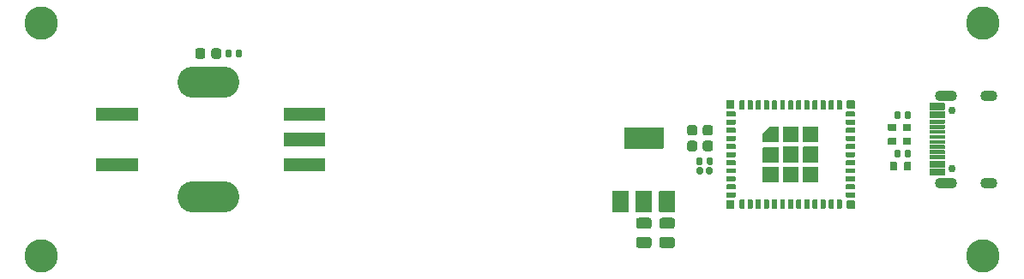
<source format=gbr>
%TF.GenerationSoftware,KiCad,Pcbnew,(5.1.9-0-10_14)*%
%TF.CreationDate,2021-08-23T19:46:52+08:00*%
%TF.ProjectId,KNOB_MAIN,4b4e4f42-5f4d-4414-994e-2e6b69636164,V1.0*%
%TF.SameCoordinates,Original*%
%TF.FileFunction,Soldermask,Top*%
%TF.FilePolarity,Negative*%
%FSLAX46Y46*%
G04 Gerber Fmt 4.6, Leading zero omitted, Abs format (unit mm)*
G04 Created by KiCad (PCBNEW (5.1.9-0-10_14)) date 2021-08-23 19:46:52*
%MOMM*%
%LPD*%
G01*
G04 APERTURE LIST*
%ADD10C,3.300000*%
%ADD11C,0.350000*%
%ADD12O,6.100000X3.100000*%
%ADD13O,2.200000X1.100000*%
%ADD14C,0.750000*%
%ADD15O,1.700000X1.100000*%
G04 APERTURE END LIST*
D10*
%TO.C,H4*%
X196500000Y-96500000D03*
%TD*%
%TO.C,H3*%
X196500000Y-73500000D03*
%TD*%
%TO.C,H2*%
X103500000Y-96500000D03*
%TD*%
%TO.C,H1*%
X103500000Y-73500000D03*
%TD*%
%TO.C,C5*%
G36*
G01*
X168275000Y-85375000D02*
X168275000Y-85925000D01*
G75*
G02*
X168025000Y-86175000I-250000J0D01*
G01*
X167525000Y-86175000D01*
G75*
G02*
X167275000Y-85925000I0J250000D01*
G01*
X167275000Y-85375000D01*
G75*
G02*
X167525000Y-85125000I250000J0D01*
G01*
X168025000Y-85125000D01*
G75*
G02*
X168275000Y-85375000I0J-250000D01*
G01*
G37*
G36*
G01*
X169825000Y-85375000D02*
X169825000Y-85925000D01*
G75*
G02*
X169575000Y-86175000I-250000J0D01*
G01*
X169075000Y-86175000D01*
G75*
G02*
X168825000Y-85925000I0J250000D01*
G01*
X168825000Y-85375000D01*
G75*
G02*
X169075000Y-85125000I250000J0D01*
G01*
X169575000Y-85125000D01*
G75*
G02*
X169825000Y-85375000I0J-250000D01*
G01*
G37*
%TD*%
%TO.C,C4*%
G36*
G01*
X168275000Y-83825000D02*
X168275000Y-84375000D01*
G75*
G02*
X168025000Y-84625000I-250000J0D01*
G01*
X167525000Y-84625000D01*
G75*
G02*
X167275000Y-84375000I0J250000D01*
G01*
X167275000Y-83825000D01*
G75*
G02*
X167525000Y-83575000I250000J0D01*
G01*
X168025000Y-83575000D01*
G75*
G02*
X168275000Y-83825000I0J-250000D01*
G01*
G37*
G36*
G01*
X169825000Y-83825000D02*
X169825000Y-84375000D01*
G75*
G02*
X169575000Y-84625000I-250000J0D01*
G01*
X169075000Y-84625000D01*
G75*
G02*
X168825000Y-84375000I0J250000D01*
G01*
X168825000Y-83825000D01*
G75*
G02*
X169075000Y-83575000I250000J0D01*
G01*
X169575000Y-83575000D01*
G75*
G02*
X169825000Y-83825000I0J-250000D01*
G01*
G37*
%TD*%
%TO.C,C2*%
G36*
G01*
X162500000Y-94650000D02*
X163500000Y-94650000D01*
G75*
G02*
X163775000Y-94925000I0J-275000D01*
G01*
X163775000Y-95475000D01*
G75*
G02*
X163500000Y-95750000I-275000J0D01*
G01*
X162500000Y-95750000D01*
G75*
G02*
X162225000Y-95475000I0J275000D01*
G01*
X162225000Y-94925000D01*
G75*
G02*
X162500000Y-94650000I275000J0D01*
G01*
G37*
G36*
G01*
X162500000Y-92750000D02*
X163500000Y-92750000D01*
G75*
G02*
X163775000Y-93025000I0J-275000D01*
G01*
X163775000Y-93575000D01*
G75*
G02*
X163500000Y-93850000I-275000J0D01*
G01*
X162500000Y-93850000D01*
G75*
G02*
X162225000Y-93575000I0J275000D01*
G01*
X162225000Y-93025000D01*
G75*
G02*
X162500000Y-92750000I275000J0D01*
G01*
G37*
%TD*%
%TO.C,C1*%
G36*
G01*
X164800000Y-94650000D02*
X165800000Y-94650000D01*
G75*
G02*
X166075000Y-94925000I0J-275000D01*
G01*
X166075000Y-95475000D01*
G75*
G02*
X165800000Y-95750000I-275000J0D01*
G01*
X164800000Y-95750000D01*
G75*
G02*
X164525000Y-95475000I0J275000D01*
G01*
X164525000Y-94925000D01*
G75*
G02*
X164800000Y-94650000I275000J0D01*
G01*
G37*
G36*
G01*
X164800000Y-92750000D02*
X165800000Y-92750000D01*
G75*
G02*
X166075000Y-93025000I0J-275000D01*
G01*
X166075000Y-93575000D01*
G75*
G02*
X165800000Y-93850000I-275000J0D01*
G01*
X164800000Y-93850000D01*
G75*
G02*
X164525000Y-93575000I0J275000D01*
G01*
X164525000Y-93025000D01*
G75*
G02*
X164800000Y-92750000I275000J0D01*
G01*
G37*
%TD*%
%TO.C,U2*%
G36*
G01*
X178225000Y-85300000D02*
X176775000Y-85300000D01*
G75*
G02*
X176725000Y-85250000I0J50000D01*
G01*
X176725000Y-83800000D01*
G75*
G02*
X176775000Y-83750000I50000J0D01*
G01*
X178225000Y-83750000D01*
G75*
G02*
X178275000Y-83800000I0J-50000D01*
G01*
X178275000Y-85250000D01*
G75*
G02*
X178225000Y-85300000I-50000J0D01*
G01*
G37*
G36*
G01*
X176450000Y-82000000D02*
X176450000Y-81200000D01*
G75*
G02*
X176500000Y-81150000I50000J0D01*
G01*
X176900000Y-81150000D01*
G75*
G02*
X176950000Y-81200000I0J-50000D01*
G01*
X176950000Y-82000000D01*
G75*
G02*
X176900000Y-82050000I-50000J0D01*
G01*
X176500000Y-82050000D01*
G75*
G02*
X176450000Y-82000000I0J50000D01*
G01*
G37*
G36*
G01*
X171900000Y-91850000D02*
X171200000Y-91850000D01*
G75*
G02*
X171150000Y-91800000I0J50000D01*
G01*
X171150000Y-91100000D01*
G75*
G02*
X171200000Y-91050000I50000J0D01*
G01*
X171900000Y-91050000D01*
G75*
G02*
X171950000Y-91100000I0J-50000D01*
G01*
X171950000Y-91800000D01*
G75*
G02*
X171900000Y-91850000I-50000J0D01*
G01*
G37*
G36*
G01*
X176250000Y-87325000D02*
X174800000Y-87325000D01*
G75*
G02*
X174750000Y-87275000I0J50000D01*
G01*
X174750000Y-85825000D01*
G75*
G02*
X174800000Y-85775000I50000J0D01*
G01*
X176250000Y-85775000D01*
G75*
G02*
X176300000Y-85825000I0J-50000D01*
G01*
X176300000Y-87275000D01*
G75*
G02*
X176250000Y-87325000I-50000J0D01*
G01*
G37*
G36*
G01*
X180200000Y-87275000D02*
X178750000Y-87275000D01*
G75*
G02*
X178700000Y-87225000I0J50000D01*
G01*
X178700000Y-85775000D01*
G75*
G02*
X178750000Y-85725000I50000J0D01*
G01*
X180200000Y-85725000D01*
G75*
G02*
X180250000Y-85775000I0J-50000D01*
G01*
X180250000Y-87225000D01*
G75*
G02*
X180200000Y-87275000I-50000J0D01*
G01*
G37*
G36*
G01*
X180450000Y-82000000D02*
X180450000Y-81200000D01*
G75*
G02*
X180500000Y-81150000I50000J0D01*
G01*
X180900000Y-81150000D01*
G75*
G02*
X180950000Y-81200000I0J-50000D01*
G01*
X180950000Y-82000000D01*
G75*
G02*
X180900000Y-82050000I-50000J0D01*
G01*
X180500000Y-82050000D01*
G75*
G02*
X180450000Y-82000000I0J50000D01*
G01*
G37*
G36*
G01*
X180200000Y-89250000D02*
X178750000Y-89250000D01*
G75*
G02*
X178700000Y-89200000I0J50000D01*
G01*
X178700000Y-87750000D01*
G75*
G02*
X178750000Y-87700000I50000J0D01*
G01*
X180200000Y-87700000D01*
G75*
G02*
X180250000Y-87750000I0J-50000D01*
G01*
X180250000Y-89200000D01*
G75*
G02*
X180200000Y-89250000I-50000J0D01*
G01*
G37*
D11*
G36*
X176259755Y-83750961D02*
G01*
X176269134Y-83753806D01*
X176277779Y-83758427D01*
X176285355Y-83764645D01*
X176291573Y-83772221D01*
X176296194Y-83780866D01*
X176299039Y-83790245D01*
X176300000Y-83800000D01*
X176300000Y-85250000D01*
X176299039Y-85259755D01*
X176296194Y-85269134D01*
X176291573Y-85277779D01*
X176285355Y-85285355D01*
X176277779Y-85291573D01*
X176269134Y-85296194D01*
X176259755Y-85299039D01*
X176250000Y-85300000D01*
X174800000Y-85300000D01*
X174790245Y-85299039D01*
X174780866Y-85296194D01*
X174772221Y-85291573D01*
X174764645Y-85285355D01*
X174758427Y-85277779D01*
X174753806Y-85269134D01*
X174750961Y-85259755D01*
X174750000Y-85250000D01*
X174750000Y-84400000D01*
X174750961Y-84390245D01*
X174753806Y-84380866D01*
X174758427Y-84372221D01*
X174764645Y-84364645D01*
X175364645Y-83764645D01*
X175372221Y-83758427D01*
X175380866Y-83753806D01*
X175390245Y-83750961D01*
X175400000Y-83750000D01*
X176250000Y-83750000D01*
X176259755Y-83750961D01*
G37*
G36*
G01*
X176250000Y-89250000D02*
X174800000Y-89250000D01*
G75*
G02*
X174750000Y-89200000I0J50000D01*
G01*
X174750000Y-87750000D01*
G75*
G02*
X174800000Y-87700000I50000J0D01*
G01*
X176250000Y-87700000D01*
G75*
G02*
X176300000Y-87750000I0J-50000D01*
G01*
X176300000Y-89200000D01*
G75*
G02*
X176250000Y-89250000I-50000J0D01*
G01*
G37*
G36*
G01*
X181250000Y-82000000D02*
X181250000Y-81200000D01*
G75*
G02*
X181300000Y-81150000I50000J0D01*
G01*
X181700000Y-81150000D01*
G75*
G02*
X181750000Y-81200000I0J-50000D01*
G01*
X181750000Y-82000000D01*
G75*
G02*
X181700000Y-82050000I-50000J0D01*
G01*
X181300000Y-82050000D01*
G75*
G02*
X181250000Y-82000000I0J50000D01*
G01*
G37*
G36*
G01*
X178050000Y-82000000D02*
X178050000Y-81200000D01*
G75*
G02*
X178100000Y-81150000I50000J0D01*
G01*
X178500000Y-81150000D01*
G75*
G02*
X178550000Y-81200000I0J-50000D01*
G01*
X178550000Y-82000000D01*
G75*
G02*
X178500000Y-82050000I-50000J0D01*
G01*
X178100000Y-82050000D01*
G75*
G02*
X178050000Y-82000000I0J50000D01*
G01*
G37*
G36*
G01*
X180200000Y-85300000D02*
X178750000Y-85300000D01*
G75*
G02*
X178700000Y-85250000I0J50000D01*
G01*
X178700000Y-83800000D01*
G75*
G02*
X178750000Y-83750000I50000J0D01*
G01*
X180200000Y-83750000D01*
G75*
G02*
X180250000Y-83800000I0J-50000D01*
G01*
X180250000Y-85250000D01*
G75*
G02*
X180200000Y-85300000I-50000J0D01*
G01*
G37*
G36*
G01*
X182050000Y-82000000D02*
X182050000Y-81200000D01*
G75*
G02*
X182100000Y-81150000I50000J0D01*
G01*
X182500000Y-81150000D01*
G75*
G02*
X182550000Y-81200000I0J-50000D01*
G01*
X182550000Y-82000000D01*
G75*
G02*
X182500000Y-82050000I-50000J0D01*
G01*
X182100000Y-82050000D01*
G75*
G02*
X182050000Y-82000000I0J50000D01*
G01*
G37*
G36*
G01*
X172450000Y-82000000D02*
X172450000Y-81200000D01*
G75*
G02*
X172500000Y-81150000I50000J0D01*
G01*
X172900000Y-81150000D01*
G75*
G02*
X172950000Y-81200000I0J-50000D01*
G01*
X172950000Y-82000000D01*
G75*
G02*
X172900000Y-82050000I-50000J0D01*
G01*
X172500000Y-82050000D01*
G75*
G02*
X172450000Y-82000000I0J50000D01*
G01*
G37*
G36*
G01*
X178225000Y-87275000D02*
X176775000Y-87275000D01*
G75*
G02*
X176725000Y-87225000I0J50000D01*
G01*
X176725000Y-85775000D01*
G75*
G02*
X176775000Y-85725000I50000J0D01*
G01*
X178225000Y-85725000D01*
G75*
G02*
X178275000Y-85775000I0J-50000D01*
G01*
X178275000Y-87225000D01*
G75*
G02*
X178225000Y-87275000I-50000J0D01*
G01*
G37*
G36*
G01*
X174850000Y-82000000D02*
X174850000Y-81200000D01*
G75*
G02*
X174900000Y-81150000I50000J0D01*
G01*
X175300000Y-81150000D01*
G75*
G02*
X175350000Y-81200000I0J-50000D01*
G01*
X175350000Y-82000000D01*
G75*
G02*
X175300000Y-82050000I-50000J0D01*
G01*
X174900000Y-82050000D01*
G75*
G02*
X174850000Y-82000000I0J50000D01*
G01*
G37*
G36*
G01*
X173250000Y-82000000D02*
X173250000Y-81200000D01*
G75*
G02*
X173300000Y-81150000I50000J0D01*
G01*
X173700000Y-81150000D01*
G75*
G02*
X173750000Y-81200000I0J-50000D01*
G01*
X173750000Y-82000000D01*
G75*
G02*
X173700000Y-82050000I-50000J0D01*
G01*
X173300000Y-82050000D01*
G75*
G02*
X173250000Y-82000000I0J50000D01*
G01*
G37*
G36*
G01*
X171900000Y-81950000D02*
X171200000Y-81950000D01*
G75*
G02*
X171150000Y-81900000I0J50000D01*
G01*
X171150000Y-81200000D01*
G75*
G02*
X171200000Y-81150000I50000J0D01*
G01*
X171900000Y-81150000D01*
G75*
G02*
X171950000Y-81200000I0J-50000D01*
G01*
X171950000Y-81900000D01*
G75*
G02*
X171900000Y-81950000I-50000J0D01*
G01*
G37*
G36*
G01*
X177250000Y-82000000D02*
X177250000Y-81200000D01*
G75*
G02*
X177300000Y-81150000I50000J0D01*
G01*
X177700000Y-81150000D01*
G75*
G02*
X177750000Y-81200000I0J-50000D01*
G01*
X177750000Y-82000000D01*
G75*
G02*
X177700000Y-82050000I-50000J0D01*
G01*
X177300000Y-82050000D01*
G75*
G02*
X177250000Y-82000000I0J50000D01*
G01*
G37*
G36*
G01*
X183800000Y-81950000D02*
X183100000Y-81950000D01*
G75*
G02*
X183050000Y-81900000I0J50000D01*
G01*
X183050000Y-81200000D01*
G75*
G02*
X183100000Y-81150000I50000J0D01*
G01*
X183800000Y-81150000D01*
G75*
G02*
X183850000Y-81200000I0J-50000D01*
G01*
X183850000Y-81900000D01*
G75*
G02*
X183800000Y-81950000I-50000J0D01*
G01*
G37*
G36*
G01*
X174050000Y-82000000D02*
X174050000Y-81200000D01*
G75*
G02*
X174100000Y-81150000I50000J0D01*
G01*
X174500000Y-81150000D01*
G75*
G02*
X174550000Y-81200000I0J-50000D01*
G01*
X174550000Y-82000000D01*
G75*
G02*
X174500000Y-82050000I-50000J0D01*
G01*
X174100000Y-82050000D01*
G75*
G02*
X174050000Y-82000000I0J50000D01*
G01*
G37*
G36*
G01*
X175650000Y-82000000D02*
X175650000Y-81200000D01*
G75*
G02*
X175700000Y-81150000I50000J0D01*
G01*
X176100000Y-81150000D01*
G75*
G02*
X176150000Y-81200000I0J-50000D01*
G01*
X176150000Y-82000000D01*
G75*
G02*
X176100000Y-82050000I-50000J0D01*
G01*
X175700000Y-82050000D01*
G75*
G02*
X175650000Y-82000000I0J50000D01*
G01*
G37*
G36*
G01*
X178225000Y-89250000D02*
X176775000Y-89250000D01*
G75*
G02*
X176725000Y-89200000I0J50000D01*
G01*
X176725000Y-87750000D01*
G75*
G02*
X176775000Y-87700000I50000J0D01*
G01*
X178225000Y-87700000D01*
G75*
G02*
X178275000Y-87750000I0J-50000D01*
G01*
X178275000Y-89200000D01*
G75*
G02*
X178225000Y-89250000I-50000J0D01*
G01*
G37*
G36*
G01*
X179650000Y-82000000D02*
X179650000Y-81200000D01*
G75*
G02*
X179700000Y-81150000I50000J0D01*
G01*
X180100000Y-81150000D01*
G75*
G02*
X180150000Y-81200000I0J-50000D01*
G01*
X180150000Y-82000000D01*
G75*
G02*
X180100000Y-82050000I-50000J0D01*
G01*
X179700000Y-82050000D01*
G75*
G02*
X179650000Y-82000000I0J50000D01*
G01*
G37*
G36*
G01*
X183800000Y-91850000D02*
X183100000Y-91850000D01*
G75*
G02*
X183050000Y-91800000I0J50000D01*
G01*
X183050000Y-91100000D01*
G75*
G02*
X183100000Y-91050000I50000J0D01*
G01*
X183800000Y-91050000D01*
G75*
G02*
X183850000Y-91100000I0J-50000D01*
G01*
X183850000Y-91800000D01*
G75*
G02*
X183800000Y-91850000I-50000J0D01*
G01*
G37*
G36*
G01*
X178850000Y-82000000D02*
X178850000Y-81200000D01*
G75*
G02*
X178900000Y-81150000I50000J0D01*
G01*
X179300000Y-81150000D01*
G75*
G02*
X179350000Y-81200000I0J-50000D01*
G01*
X179350000Y-82000000D01*
G75*
G02*
X179300000Y-82050000I-50000J0D01*
G01*
X178900000Y-82050000D01*
G75*
G02*
X178850000Y-82000000I0J50000D01*
G01*
G37*
G36*
G01*
X183800000Y-82750000D02*
X183000000Y-82750000D01*
G75*
G02*
X182950000Y-82700000I0J50000D01*
G01*
X182950000Y-82300000D01*
G75*
G02*
X183000000Y-82250000I50000J0D01*
G01*
X183800000Y-82250000D01*
G75*
G02*
X183850000Y-82300000I0J-50000D01*
G01*
X183850000Y-82700000D01*
G75*
G02*
X183800000Y-82750000I-50000J0D01*
G01*
G37*
G36*
G01*
X183800000Y-83550000D02*
X183000000Y-83550000D01*
G75*
G02*
X182950000Y-83500000I0J50000D01*
G01*
X182950000Y-83100000D01*
G75*
G02*
X183000000Y-83050000I50000J0D01*
G01*
X183800000Y-83050000D01*
G75*
G02*
X183850000Y-83100000I0J-50000D01*
G01*
X183850000Y-83500000D01*
G75*
G02*
X183800000Y-83550000I-50000J0D01*
G01*
G37*
G36*
G01*
X183800000Y-84350000D02*
X183000000Y-84350000D01*
G75*
G02*
X182950000Y-84300000I0J50000D01*
G01*
X182950000Y-83900000D01*
G75*
G02*
X183000000Y-83850000I50000J0D01*
G01*
X183800000Y-83850000D01*
G75*
G02*
X183850000Y-83900000I0J-50000D01*
G01*
X183850000Y-84300000D01*
G75*
G02*
X183800000Y-84350000I-50000J0D01*
G01*
G37*
G36*
G01*
X183800000Y-85150000D02*
X183000000Y-85150000D01*
G75*
G02*
X182950000Y-85100000I0J50000D01*
G01*
X182950000Y-84700000D01*
G75*
G02*
X183000000Y-84650000I50000J0D01*
G01*
X183800000Y-84650000D01*
G75*
G02*
X183850000Y-84700000I0J-50000D01*
G01*
X183850000Y-85100000D01*
G75*
G02*
X183800000Y-85150000I-50000J0D01*
G01*
G37*
G36*
G01*
X183800000Y-85950000D02*
X183000000Y-85950000D01*
G75*
G02*
X182950000Y-85900000I0J50000D01*
G01*
X182950000Y-85500000D01*
G75*
G02*
X183000000Y-85450000I50000J0D01*
G01*
X183800000Y-85450000D01*
G75*
G02*
X183850000Y-85500000I0J-50000D01*
G01*
X183850000Y-85900000D01*
G75*
G02*
X183800000Y-85950000I-50000J0D01*
G01*
G37*
G36*
G01*
X183800000Y-86750000D02*
X183000000Y-86750000D01*
G75*
G02*
X182950000Y-86700000I0J50000D01*
G01*
X182950000Y-86300000D01*
G75*
G02*
X183000000Y-86250000I50000J0D01*
G01*
X183800000Y-86250000D01*
G75*
G02*
X183850000Y-86300000I0J-50000D01*
G01*
X183850000Y-86700000D01*
G75*
G02*
X183800000Y-86750000I-50000J0D01*
G01*
G37*
G36*
G01*
X183800000Y-87550000D02*
X183000000Y-87550000D01*
G75*
G02*
X182950000Y-87500000I0J50000D01*
G01*
X182950000Y-87100000D01*
G75*
G02*
X183000000Y-87050000I50000J0D01*
G01*
X183800000Y-87050000D01*
G75*
G02*
X183850000Y-87100000I0J-50000D01*
G01*
X183850000Y-87500000D01*
G75*
G02*
X183800000Y-87550000I-50000J0D01*
G01*
G37*
G36*
G01*
X183800000Y-88350000D02*
X183000000Y-88350000D01*
G75*
G02*
X182950000Y-88300000I0J50000D01*
G01*
X182950000Y-87900000D01*
G75*
G02*
X183000000Y-87850000I50000J0D01*
G01*
X183800000Y-87850000D01*
G75*
G02*
X183850000Y-87900000I0J-50000D01*
G01*
X183850000Y-88300000D01*
G75*
G02*
X183800000Y-88350000I-50000J0D01*
G01*
G37*
G36*
G01*
X183800000Y-89150000D02*
X183000000Y-89150000D01*
G75*
G02*
X182950000Y-89100000I0J50000D01*
G01*
X182950000Y-88700000D01*
G75*
G02*
X183000000Y-88650000I50000J0D01*
G01*
X183800000Y-88650000D01*
G75*
G02*
X183850000Y-88700000I0J-50000D01*
G01*
X183850000Y-89100000D01*
G75*
G02*
X183800000Y-89150000I-50000J0D01*
G01*
G37*
G36*
G01*
X183800000Y-89950000D02*
X183000000Y-89950000D01*
G75*
G02*
X182950000Y-89900000I0J50000D01*
G01*
X182950000Y-89500000D01*
G75*
G02*
X183000000Y-89450000I50000J0D01*
G01*
X183800000Y-89450000D01*
G75*
G02*
X183850000Y-89500000I0J-50000D01*
G01*
X183850000Y-89900000D01*
G75*
G02*
X183800000Y-89950000I-50000J0D01*
G01*
G37*
G36*
G01*
X183800000Y-90750000D02*
X183000000Y-90750000D01*
G75*
G02*
X182950000Y-90700000I0J50000D01*
G01*
X182950000Y-90300000D01*
G75*
G02*
X183000000Y-90250000I50000J0D01*
G01*
X183800000Y-90250000D01*
G75*
G02*
X183850000Y-90300000I0J-50000D01*
G01*
X183850000Y-90700000D01*
G75*
G02*
X183800000Y-90750000I-50000J0D01*
G01*
G37*
G36*
G01*
X182050000Y-91800000D02*
X182050000Y-91000000D01*
G75*
G02*
X182100000Y-90950000I50000J0D01*
G01*
X182500000Y-90950000D01*
G75*
G02*
X182550000Y-91000000I0J-50000D01*
G01*
X182550000Y-91800000D01*
G75*
G02*
X182500000Y-91850000I-50000J0D01*
G01*
X182100000Y-91850000D01*
G75*
G02*
X182050000Y-91800000I0J50000D01*
G01*
G37*
G36*
G01*
X181250000Y-91800000D02*
X181250000Y-91000000D01*
G75*
G02*
X181300000Y-90950000I50000J0D01*
G01*
X181700000Y-90950000D01*
G75*
G02*
X181750000Y-91000000I0J-50000D01*
G01*
X181750000Y-91800000D01*
G75*
G02*
X181700000Y-91850000I-50000J0D01*
G01*
X181300000Y-91850000D01*
G75*
G02*
X181250000Y-91800000I0J50000D01*
G01*
G37*
G36*
G01*
X180450000Y-91800000D02*
X180450000Y-91000000D01*
G75*
G02*
X180500000Y-90950000I50000J0D01*
G01*
X180900000Y-90950000D01*
G75*
G02*
X180950000Y-91000000I0J-50000D01*
G01*
X180950000Y-91800000D01*
G75*
G02*
X180900000Y-91850000I-50000J0D01*
G01*
X180500000Y-91850000D01*
G75*
G02*
X180450000Y-91800000I0J50000D01*
G01*
G37*
G36*
G01*
X179650000Y-91800000D02*
X179650000Y-91000000D01*
G75*
G02*
X179700000Y-90950000I50000J0D01*
G01*
X180100000Y-90950000D01*
G75*
G02*
X180150000Y-91000000I0J-50000D01*
G01*
X180150000Y-91800000D01*
G75*
G02*
X180100000Y-91850000I-50000J0D01*
G01*
X179700000Y-91850000D01*
G75*
G02*
X179650000Y-91800000I0J50000D01*
G01*
G37*
G36*
G01*
X178850000Y-91800000D02*
X178850000Y-91000000D01*
G75*
G02*
X178900000Y-90950000I50000J0D01*
G01*
X179300000Y-90950000D01*
G75*
G02*
X179350000Y-91000000I0J-50000D01*
G01*
X179350000Y-91800000D01*
G75*
G02*
X179300000Y-91850000I-50000J0D01*
G01*
X178900000Y-91850000D01*
G75*
G02*
X178850000Y-91800000I0J50000D01*
G01*
G37*
G36*
G01*
X178050000Y-91800000D02*
X178050000Y-91000000D01*
G75*
G02*
X178100000Y-90950000I50000J0D01*
G01*
X178500000Y-90950000D01*
G75*
G02*
X178550000Y-91000000I0J-50000D01*
G01*
X178550000Y-91800000D01*
G75*
G02*
X178500000Y-91850000I-50000J0D01*
G01*
X178100000Y-91850000D01*
G75*
G02*
X178050000Y-91800000I0J50000D01*
G01*
G37*
G36*
G01*
X177250000Y-91800000D02*
X177250000Y-91000000D01*
G75*
G02*
X177300000Y-90950000I50000J0D01*
G01*
X177700000Y-90950000D01*
G75*
G02*
X177750000Y-91000000I0J-50000D01*
G01*
X177750000Y-91800000D01*
G75*
G02*
X177700000Y-91850000I-50000J0D01*
G01*
X177300000Y-91850000D01*
G75*
G02*
X177250000Y-91800000I0J50000D01*
G01*
G37*
G36*
G01*
X176450000Y-91800000D02*
X176450000Y-91000000D01*
G75*
G02*
X176500000Y-90950000I50000J0D01*
G01*
X176900000Y-90950000D01*
G75*
G02*
X176950000Y-91000000I0J-50000D01*
G01*
X176950000Y-91800000D01*
G75*
G02*
X176900000Y-91850000I-50000J0D01*
G01*
X176500000Y-91850000D01*
G75*
G02*
X176450000Y-91800000I0J50000D01*
G01*
G37*
G36*
G01*
X175650000Y-91800000D02*
X175650000Y-91000000D01*
G75*
G02*
X175700000Y-90950000I50000J0D01*
G01*
X176100000Y-90950000D01*
G75*
G02*
X176150000Y-91000000I0J-50000D01*
G01*
X176150000Y-91800000D01*
G75*
G02*
X176100000Y-91850000I-50000J0D01*
G01*
X175700000Y-91850000D01*
G75*
G02*
X175650000Y-91800000I0J50000D01*
G01*
G37*
G36*
G01*
X174850000Y-91800000D02*
X174850000Y-91000000D01*
G75*
G02*
X174900000Y-90950000I50000J0D01*
G01*
X175300000Y-90950000D01*
G75*
G02*
X175350000Y-91000000I0J-50000D01*
G01*
X175350000Y-91800000D01*
G75*
G02*
X175300000Y-91850000I-50000J0D01*
G01*
X174900000Y-91850000D01*
G75*
G02*
X174850000Y-91800000I0J50000D01*
G01*
G37*
G36*
G01*
X174050000Y-91800000D02*
X174050000Y-91000000D01*
G75*
G02*
X174100000Y-90950000I50000J0D01*
G01*
X174500000Y-90950000D01*
G75*
G02*
X174550000Y-91000000I0J-50000D01*
G01*
X174550000Y-91800000D01*
G75*
G02*
X174500000Y-91850000I-50000J0D01*
G01*
X174100000Y-91850000D01*
G75*
G02*
X174050000Y-91800000I0J50000D01*
G01*
G37*
G36*
G01*
X173250000Y-91800000D02*
X173250000Y-91000000D01*
G75*
G02*
X173300000Y-90950000I50000J0D01*
G01*
X173700000Y-90950000D01*
G75*
G02*
X173750000Y-91000000I0J-50000D01*
G01*
X173750000Y-91800000D01*
G75*
G02*
X173700000Y-91850000I-50000J0D01*
G01*
X173300000Y-91850000D01*
G75*
G02*
X173250000Y-91800000I0J50000D01*
G01*
G37*
G36*
G01*
X172450000Y-91800000D02*
X172450000Y-91000000D01*
G75*
G02*
X172500000Y-90950000I50000J0D01*
G01*
X172900000Y-90950000D01*
G75*
G02*
X172950000Y-91000000I0J-50000D01*
G01*
X172950000Y-91800000D01*
G75*
G02*
X172900000Y-91850000I-50000J0D01*
G01*
X172500000Y-91850000D01*
G75*
G02*
X172450000Y-91800000I0J50000D01*
G01*
G37*
G36*
G01*
X172000000Y-90750000D02*
X171200000Y-90750000D01*
G75*
G02*
X171150000Y-90700000I0J50000D01*
G01*
X171150000Y-90300000D01*
G75*
G02*
X171200000Y-90250000I50000J0D01*
G01*
X172000000Y-90250000D01*
G75*
G02*
X172050000Y-90300000I0J-50000D01*
G01*
X172050000Y-90700000D01*
G75*
G02*
X172000000Y-90750000I-50000J0D01*
G01*
G37*
G36*
G01*
X172000000Y-89950000D02*
X171200000Y-89950000D01*
G75*
G02*
X171150000Y-89900000I0J50000D01*
G01*
X171150000Y-89500000D01*
G75*
G02*
X171200000Y-89450000I50000J0D01*
G01*
X172000000Y-89450000D01*
G75*
G02*
X172050000Y-89500000I0J-50000D01*
G01*
X172050000Y-89900000D01*
G75*
G02*
X172000000Y-89950000I-50000J0D01*
G01*
G37*
G36*
G01*
X172000000Y-89150000D02*
X171200000Y-89150000D01*
G75*
G02*
X171150000Y-89100000I0J50000D01*
G01*
X171150000Y-88700000D01*
G75*
G02*
X171200000Y-88650000I50000J0D01*
G01*
X172000000Y-88650000D01*
G75*
G02*
X172050000Y-88700000I0J-50000D01*
G01*
X172050000Y-89100000D01*
G75*
G02*
X172000000Y-89150000I-50000J0D01*
G01*
G37*
G36*
G01*
X172000000Y-88350000D02*
X171200000Y-88350000D01*
G75*
G02*
X171150000Y-88300000I0J50000D01*
G01*
X171150000Y-87900000D01*
G75*
G02*
X171200000Y-87850000I50000J0D01*
G01*
X172000000Y-87850000D01*
G75*
G02*
X172050000Y-87900000I0J-50000D01*
G01*
X172050000Y-88300000D01*
G75*
G02*
X172000000Y-88350000I-50000J0D01*
G01*
G37*
G36*
G01*
X172000000Y-87550000D02*
X171200000Y-87550000D01*
G75*
G02*
X171150000Y-87500000I0J50000D01*
G01*
X171150000Y-87100000D01*
G75*
G02*
X171200000Y-87050000I50000J0D01*
G01*
X172000000Y-87050000D01*
G75*
G02*
X172050000Y-87100000I0J-50000D01*
G01*
X172050000Y-87500000D01*
G75*
G02*
X172000000Y-87550000I-50000J0D01*
G01*
G37*
G36*
G01*
X172000000Y-86750000D02*
X171200000Y-86750000D01*
G75*
G02*
X171150000Y-86700000I0J50000D01*
G01*
X171150000Y-86300000D01*
G75*
G02*
X171200000Y-86250000I50000J0D01*
G01*
X172000000Y-86250000D01*
G75*
G02*
X172050000Y-86300000I0J-50000D01*
G01*
X172050000Y-86700000D01*
G75*
G02*
X172000000Y-86750000I-50000J0D01*
G01*
G37*
G36*
G01*
X172000000Y-85950000D02*
X171200000Y-85950000D01*
G75*
G02*
X171150000Y-85900000I0J50000D01*
G01*
X171150000Y-85500000D01*
G75*
G02*
X171200000Y-85450000I50000J0D01*
G01*
X172000000Y-85450000D01*
G75*
G02*
X172050000Y-85500000I0J-50000D01*
G01*
X172050000Y-85900000D01*
G75*
G02*
X172000000Y-85950000I-50000J0D01*
G01*
G37*
G36*
G01*
X172000000Y-85150000D02*
X171200000Y-85150000D01*
G75*
G02*
X171150000Y-85100000I0J50000D01*
G01*
X171150000Y-84700000D01*
G75*
G02*
X171200000Y-84650000I50000J0D01*
G01*
X172000000Y-84650000D01*
G75*
G02*
X172050000Y-84700000I0J-50000D01*
G01*
X172050000Y-85100000D01*
G75*
G02*
X172000000Y-85150000I-50000J0D01*
G01*
G37*
G36*
G01*
X172000000Y-84350000D02*
X171200000Y-84350000D01*
G75*
G02*
X171150000Y-84300000I0J50000D01*
G01*
X171150000Y-83900000D01*
G75*
G02*
X171200000Y-83850000I50000J0D01*
G01*
X172000000Y-83850000D01*
G75*
G02*
X172050000Y-83900000I0J-50000D01*
G01*
X172050000Y-84300000D01*
G75*
G02*
X172000000Y-84350000I-50000J0D01*
G01*
G37*
G36*
G01*
X172000000Y-83550000D02*
X171200000Y-83550000D01*
G75*
G02*
X171150000Y-83500000I0J50000D01*
G01*
X171150000Y-83100000D01*
G75*
G02*
X171200000Y-83050000I50000J0D01*
G01*
X172000000Y-83050000D01*
G75*
G02*
X172050000Y-83100000I0J-50000D01*
G01*
X172050000Y-83500000D01*
G75*
G02*
X172000000Y-83550000I-50000J0D01*
G01*
G37*
G36*
G01*
X172000000Y-82750000D02*
X171200000Y-82750000D01*
G75*
G02*
X171150000Y-82700000I0J50000D01*
G01*
X171150000Y-82300000D01*
G75*
G02*
X171200000Y-82250000I50000J0D01*
G01*
X172000000Y-82250000D01*
G75*
G02*
X172050000Y-82300000I0J-50000D01*
G01*
X172050000Y-82700000D01*
G75*
G02*
X172000000Y-82750000I-50000J0D01*
G01*
G37*
%TD*%
%TO.C,R4*%
G36*
G01*
X122690000Y-76710000D02*
X122690000Y-76290000D01*
G75*
G02*
X122850000Y-76130000I160000J0D01*
G01*
X123170000Y-76130000D01*
G75*
G02*
X123330000Y-76290000I0J-160000D01*
G01*
X123330000Y-76710000D01*
G75*
G02*
X123170000Y-76870000I-160000J0D01*
G01*
X122850000Y-76870000D01*
G75*
G02*
X122690000Y-76710000I0J160000D01*
G01*
G37*
G36*
G01*
X121670000Y-76710000D02*
X121670000Y-76290000D01*
G75*
G02*
X121830000Y-76130000I160000J0D01*
G01*
X122150000Y-76130000D01*
G75*
G02*
X122310000Y-76290000I0J-160000D01*
G01*
X122310000Y-76710000D01*
G75*
G02*
X122150000Y-76870000I-160000J0D01*
G01*
X121830000Y-76870000D01*
G75*
G02*
X121670000Y-76710000I0J160000D01*
G01*
G37*
%TD*%
%TO.C,D4*%
G36*
G01*
X120300000Y-76781250D02*
X120300000Y-76218750D01*
G75*
G02*
X120543750Y-75975000I243750J0D01*
G01*
X121031250Y-75975000D01*
G75*
G02*
X121275000Y-76218750I0J-243750D01*
G01*
X121275000Y-76781250D01*
G75*
G02*
X121031250Y-77025000I-243750J0D01*
G01*
X120543750Y-77025000D01*
G75*
G02*
X120300000Y-76781250I0J243750D01*
G01*
G37*
G36*
G01*
X118725000Y-76781250D02*
X118725000Y-76218750D01*
G75*
G02*
X118968750Y-75975000I243750J0D01*
G01*
X119456250Y-75975000D01*
G75*
G02*
X119700000Y-76218750I0J-243750D01*
G01*
X119700000Y-76781250D01*
G75*
G02*
X119456250Y-77025000I-243750J0D01*
G01*
X118968750Y-77025000D01*
G75*
G02*
X118725000Y-76781250I0J243750D01*
G01*
G37*
%TD*%
%TO.C,SW1*%
G36*
G01*
X113000000Y-88150000D02*
X109000000Y-88150000D01*
G75*
G02*
X108950000Y-88100000I0J50000D01*
G01*
X108950000Y-86900000D01*
G75*
G02*
X109000000Y-86850000I50000J0D01*
G01*
X113000000Y-86850000D01*
G75*
G02*
X113050000Y-86900000I0J-50000D01*
G01*
X113050000Y-88100000D01*
G75*
G02*
X113000000Y-88150000I-50000J0D01*
G01*
G37*
G36*
G01*
X113000000Y-83150000D02*
X109000000Y-83150000D01*
G75*
G02*
X108950000Y-83100000I0J50000D01*
G01*
X108950000Y-81900000D01*
G75*
G02*
X109000000Y-81850000I50000J0D01*
G01*
X113000000Y-81850000D01*
G75*
G02*
X113050000Y-81900000I0J-50000D01*
G01*
X113050000Y-83100000D01*
G75*
G02*
X113000000Y-83150000I-50000J0D01*
G01*
G37*
G36*
G01*
X131500000Y-88150000D02*
X127500000Y-88150000D01*
G75*
G02*
X127450000Y-88100000I0J50000D01*
G01*
X127450000Y-86900000D01*
G75*
G02*
X127500000Y-86850000I50000J0D01*
G01*
X131500000Y-86850000D01*
G75*
G02*
X131550000Y-86900000I0J-50000D01*
G01*
X131550000Y-88100000D01*
G75*
G02*
X131500000Y-88150000I-50000J0D01*
G01*
G37*
G36*
G01*
X131500000Y-85650000D02*
X127500000Y-85650000D01*
G75*
G02*
X127450000Y-85600000I0J50000D01*
G01*
X127450000Y-84400000D01*
G75*
G02*
X127500000Y-84350000I50000J0D01*
G01*
X131500000Y-84350000D01*
G75*
G02*
X131550000Y-84400000I0J-50000D01*
G01*
X131550000Y-85600000D01*
G75*
G02*
X131500000Y-85650000I-50000J0D01*
G01*
G37*
G36*
G01*
X131500000Y-83150000D02*
X127500000Y-83150000D01*
G75*
G02*
X127450000Y-83100000I0J50000D01*
G01*
X127450000Y-81900000D01*
G75*
G02*
X127500000Y-81850000I50000J0D01*
G01*
X131500000Y-81850000D01*
G75*
G02*
X131550000Y-81900000I0J-50000D01*
G01*
X131550000Y-83100000D01*
G75*
G02*
X131500000Y-83150000I-50000J0D01*
G01*
G37*
D12*
X120000000Y-90700000D03*
X120000000Y-79300000D03*
%TD*%
%TO.C,U1*%
G36*
G01*
X161450000Y-92200000D02*
X159950000Y-92200000D01*
G75*
G02*
X159900000Y-92150000I0J50000D01*
G01*
X159900000Y-90150000D01*
G75*
G02*
X159950000Y-90100000I50000J0D01*
G01*
X161450000Y-90100000D01*
G75*
G02*
X161500000Y-90150000I0J-50000D01*
G01*
X161500000Y-92150000D01*
G75*
G02*
X161450000Y-92200000I-50000J0D01*
G01*
G37*
G36*
G01*
X166050000Y-92200000D02*
X164550000Y-92200000D01*
G75*
G02*
X164500000Y-92150000I0J50000D01*
G01*
X164500000Y-90150000D01*
G75*
G02*
X164550000Y-90100000I50000J0D01*
G01*
X166050000Y-90100000D01*
G75*
G02*
X166100000Y-90150000I0J-50000D01*
G01*
X166100000Y-92150000D01*
G75*
G02*
X166050000Y-92200000I-50000J0D01*
G01*
G37*
G36*
G01*
X163750000Y-92200000D02*
X162250000Y-92200000D01*
G75*
G02*
X162200000Y-92150000I0J50000D01*
G01*
X162200000Y-90150000D01*
G75*
G02*
X162250000Y-90100000I50000J0D01*
G01*
X163750000Y-90100000D01*
G75*
G02*
X163800000Y-90150000I0J-50000D01*
G01*
X163800000Y-92150000D01*
G75*
G02*
X163750000Y-92200000I-50000J0D01*
G01*
G37*
G36*
G01*
X164900000Y-85900000D02*
X161100000Y-85900000D01*
G75*
G02*
X161050000Y-85850000I0J50000D01*
G01*
X161050000Y-83850000D01*
G75*
G02*
X161100000Y-83800000I50000J0D01*
G01*
X164900000Y-83800000D01*
G75*
G02*
X164950000Y-83850000I0J-50000D01*
G01*
X164950000Y-85850000D01*
G75*
G02*
X164900000Y-85900000I-50000J0D01*
G01*
G37*
%TD*%
%TO.C,R3*%
G36*
G01*
X169190000Y-87360000D02*
X169190000Y-86940000D01*
G75*
G02*
X169350000Y-86780000I160000J0D01*
G01*
X169670000Y-86780000D01*
G75*
G02*
X169830000Y-86940000I0J-160000D01*
G01*
X169830000Y-87360000D01*
G75*
G02*
X169670000Y-87520000I-160000J0D01*
G01*
X169350000Y-87520000D01*
G75*
G02*
X169190000Y-87360000I0J160000D01*
G01*
G37*
G36*
G01*
X168170000Y-87360000D02*
X168170000Y-86940000D01*
G75*
G02*
X168330000Y-86780000I160000J0D01*
G01*
X168650000Y-86780000D01*
G75*
G02*
X168810000Y-86940000I0J-160000D01*
G01*
X168810000Y-87360000D01*
G75*
G02*
X168650000Y-87520000I-160000J0D01*
G01*
X168330000Y-87520000D01*
G75*
G02*
X168170000Y-87360000I0J160000D01*
G01*
G37*
%TD*%
%TO.C,C3*%
G36*
G01*
X168850000Y-87905000D02*
X168850000Y-88295000D01*
G75*
G02*
X168685000Y-88460000I-165000J0D01*
G01*
X168355000Y-88460000D01*
G75*
G02*
X168190000Y-88295000I0J165000D01*
G01*
X168190000Y-87905000D01*
G75*
G02*
X168355000Y-87740000I165000J0D01*
G01*
X168685000Y-87740000D01*
G75*
G02*
X168850000Y-87905000I0J-165000D01*
G01*
G37*
G36*
G01*
X169810000Y-87905000D02*
X169810000Y-88295000D01*
G75*
G02*
X169645000Y-88460000I-165000J0D01*
G01*
X169315000Y-88460000D01*
G75*
G02*
X169150000Y-88295000I0J165000D01*
G01*
X169150000Y-87905000D01*
G75*
G02*
X169315000Y-87740000I165000J0D01*
G01*
X169645000Y-87740000D01*
G75*
G02*
X169810000Y-87905000I0J-165000D01*
G01*
G37*
%TD*%
%TO.C,R2*%
G36*
G01*
X188740000Y-82810000D02*
X188740000Y-82390000D01*
G75*
G02*
X188900000Y-82230000I160000J0D01*
G01*
X189220000Y-82230000D01*
G75*
G02*
X189380000Y-82390000I0J-160000D01*
G01*
X189380000Y-82810000D01*
G75*
G02*
X189220000Y-82970000I-160000J0D01*
G01*
X188900000Y-82970000D01*
G75*
G02*
X188740000Y-82810000I0J160000D01*
G01*
G37*
G36*
G01*
X187720000Y-82810000D02*
X187720000Y-82390000D01*
G75*
G02*
X187880000Y-82230000I160000J0D01*
G01*
X188200000Y-82230000D01*
G75*
G02*
X188360000Y-82390000I0J-160000D01*
G01*
X188360000Y-82810000D01*
G75*
G02*
X188200000Y-82970000I-160000J0D01*
G01*
X187880000Y-82970000D01*
G75*
G02*
X187720000Y-82810000I0J160000D01*
G01*
G37*
%TD*%
%TO.C,R1*%
G36*
G01*
X188740000Y-86610000D02*
X188740000Y-86190000D01*
G75*
G02*
X188900000Y-86030000I160000J0D01*
G01*
X189220000Y-86030000D01*
G75*
G02*
X189380000Y-86190000I0J-160000D01*
G01*
X189380000Y-86610000D01*
G75*
G02*
X189220000Y-86770000I-160000J0D01*
G01*
X188900000Y-86770000D01*
G75*
G02*
X188740000Y-86610000I0J160000D01*
G01*
G37*
G36*
G01*
X187720000Y-86610000D02*
X187720000Y-86190000D01*
G75*
G02*
X187880000Y-86030000I160000J0D01*
G01*
X188200000Y-86030000D01*
G75*
G02*
X188360000Y-86190000I0J-160000D01*
G01*
X188360000Y-86610000D01*
G75*
G02*
X188200000Y-86770000I-160000J0D01*
G01*
X187880000Y-86770000D01*
G75*
G02*
X187720000Y-86610000I0J160000D01*
G01*
G37*
%TD*%
%TO.C,J1*%
G36*
G01*
X192680000Y-82100000D02*
X191230000Y-82100000D01*
G75*
G02*
X191180000Y-82050000I0J50000D01*
G01*
X191180000Y-81450000D01*
G75*
G02*
X191230000Y-81400000I50000J0D01*
G01*
X192680000Y-81400000D01*
G75*
G02*
X192730000Y-81450000I0J-50000D01*
G01*
X192730000Y-82050000D01*
G75*
G02*
X192680000Y-82100000I-50000J0D01*
G01*
G37*
G36*
G01*
X192680000Y-82900000D02*
X191230000Y-82900000D01*
G75*
G02*
X191180000Y-82850000I0J50000D01*
G01*
X191180000Y-82250000D01*
G75*
G02*
X191230000Y-82200000I50000J0D01*
G01*
X192680000Y-82200000D01*
G75*
G02*
X192730000Y-82250000I0J-50000D01*
G01*
X192730000Y-82850000D01*
G75*
G02*
X192680000Y-82900000I-50000J0D01*
G01*
G37*
G36*
G01*
X192680000Y-87800000D02*
X191230000Y-87800000D01*
G75*
G02*
X191180000Y-87750000I0J50000D01*
G01*
X191180000Y-87150000D01*
G75*
G02*
X191230000Y-87100000I50000J0D01*
G01*
X192680000Y-87100000D01*
G75*
G02*
X192730000Y-87150000I0J-50000D01*
G01*
X192730000Y-87750000D01*
G75*
G02*
X192680000Y-87800000I-50000J0D01*
G01*
G37*
G36*
G01*
X192680000Y-88600000D02*
X191230000Y-88600000D01*
G75*
G02*
X191180000Y-88550000I0J50000D01*
G01*
X191180000Y-87950000D01*
G75*
G02*
X191230000Y-87900000I50000J0D01*
G01*
X192680000Y-87900000D01*
G75*
G02*
X192730000Y-87950000I0J-50000D01*
G01*
X192730000Y-88550000D01*
G75*
G02*
X192680000Y-88600000I-50000J0D01*
G01*
G37*
G36*
G01*
X192680000Y-88600000D02*
X191230000Y-88600000D01*
G75*
G02*
X191180000Y-88550000I0J50000D01*
G01*
X191180000Y-87950000D01*
G75*
G02*
X191230000Y-87900000I50000J0D01*
G01*
X192680000Y-87900000D01*
G75*
G02*
X192730000Y-87950000I0J-50000D01*
G01*
X192730000Y-88550000D01*
G75*
G02*
X192680000Y-88600000I-50000J0D01*
G01*
G37*
G36*
G01*
X192680000Y-87800000D02*
X191230000Y-87800000D01*
G75*
G02*
X191180000Y-87750000I0J50000D01*
G01*
X191180000Y-87150000D01*
G75*
G02*
X191230000Y-87100000I50000J0D01*
G01*
X192680000Y-87100000D01*
G75*
G02*
X192730000Y-87150000I0J-50000D01*
G01*
X192730000Y-87750000D01*
G75*
G02*
X192680000Y-87800000I-50000J0D01*
G01*
G37*
G36*
G01*
X192680000Y-82900000D02*
X191230000Y-82900000D01*
G75*
G02*
X191180000Y-82850000I0J50000D01*
G01*
X191180000Y-82250000D01*
G75*
G02*
X191230000Y-82200000I50000J0D01*
G01*
X192680000Y-82200000D01*
G75*
G02*
X192730000Y-82250000I0J-50000D01*
G01*
X192730000Y-82850000D01*
G75*
G02*
X192680000Y-82900000I-50000J0D01*
G01*
G37*
G36*
G01*
X192680000Y-82100000D02*
X191230000Y-82100000D01*
G75*
G02*
X191180000Y-82050000I0J50000D01*
G01*
X191180000Y-81450000D01*
G75*
G02*
X191230000Y-81400000I50000J0D01*
G01*
X192680000Y-81400000D01*
G75*
G02*
X192730000Y-81450000I0J-50000D01*
G01*
X192730000Y-82050000D01*
G75*
G02*
X192680000Y-82100000I-50000J0D01*
G01*
G37*
G36*
G01*
X192680000Y-86950000D02*
X191230000Y-86950000D01*
G75*
G02*
X191180000Y-86900000I0J50000D01*
G01*
X191180000Y-86600000D01*
G75*
G02*
X191230000Y-86550000I50000J0D01*
G01*
X192680000Y-86550000D01*
G75*
G02*
X192730000Y-86600000I0J-50000D01*
G01*
X192730000Y-86900000D01*
G75*
G02*
X192680000Y-86950000I-50000J0D01*
G01*
G37*
G36*
G01*
X192680000Y-86450000D02*
X191230000Y-86450000D01*
G75*
G02*
X191180000Y-86400000I0J50000D01*
G01*
X191180000Y-86100000D01*
G75*
G02*
X191230000Y-86050000I50000J0D01*
G01*
X192680000Y-86050000D01*
G75*
G02*
X192730000Y-86100000I0J-50000D01*
G01*
X192730000Y-86400000D01*
G75*
G02*
X192680000Y-86450000I-50000J0D01*
G01*
G37*
G36*
G01*
X192680000Y-85950000D02*
X191230000Y-85950000D01*
G75*
G02*
X191180000Y-85900000I0J50000D01*
G01*
X191180000Y-85600000D01*
G75*
G02*
X191230000Y-85550000I50000J0D01*
G01*
X192680000Y-85550000D01*
G75*
G02*
X192730000Y-85600000I0J-50000D01*
G01*
X192730000Y-85900000D01*
G75*
G02*
X192680000Y-85950000I-50000J0D01*
G01*
G37*
G36*
G01*
X192680000Y-84950000D02*
X191230000Y-84950000D01*
G75*
G02*
X191180000Y-84900000I0J50000D01*
G01*
X191180000Y-84600000D01*
G75*
G02*
X191230000Y-84550000I50000J0D01*
G01*
X192680000Y-84550000D01*
G75*
G02*
X192730000Y-84600000I0J-50000D01*
G01*
X192730000Y-84900000D01*
G75*
G02*
X192680000Y-84950000I-50000J0D01*
G01*
G37*
G36*
G01*
X192680000Y-84450000D02*
X191230000Y-84450000D01*
G75*
G02*
X191180000Y-84400000I0J50000D01*
G01*
X191180000Y-84100000D01*
G75*
G02*
X191230000Y-84050000I50000J0D01*
G01*
X192680000Y-84050000D01*
G75*
G02*
X192730000Y-84100000I0J-50000D01*
G01*
X192730000Y-84400000D01*
G75*
G02*
X192680000Y-84450000I-50000J0D01*
G01*
G37*
G36*
G01*
X192680000Y-83950000D02*
X191230000Y-83950000D01*
G75*
G02*
X191180000Y-83900000I0J50000D01*
G01*
X191180000Y-83600000D01*
G75*
G02*
X191230000Y-83550000I50000J0D01*
G01*
X192680000Y-83550000D01*
G75*
G02*
X192730000Y-83600000I0J-50000D01*
G01*
X192730000Y-83900000D01*
G75*
G02*
X192680000Y-83950000I-50000J0D01*
G01*
G37*
G36*
G01*
X192680000Y-83450000D02*
X191230000Y-83450000D01*
G75*
G02*
X191180000Y-83400000I0J50000D01*
G01*
X191180000Y-83100000D01*
G75*
G02*
X191230000Y-83050000I50000J0D01*
G01*
X192680000Y-83050000D01*
G75*
G02*
X192730000Y-83100000I0J-50000D01*
G01*
X192730000Y-83400000D01*
G75*
G02*
X192680000Y-83450000I-50000J0D01*
G01*
G37*
G36*
G01*
X192680000Y-85450000D02*
X191230000Y-85450000D01*
G75*
G02*
X191180000Y-85400000I0J50000D01*
G01*
X191180000Y-85100000D01*
G75*
G02*
X191230000Y-85050000I50000J0D01*
G01*
X192680000Y-85050000D01*
G75*
G02*
X192730000Y-85100000I0J-50000D01*
G01*
X192730000Y-85400000D01*
G75*
G02*
X192680000Y-85450000I-50000J0D01*
G01*
G37*
D13*
X192870000Y-80680000D03*
X192870000Y-89320000D03*
D14*
X193400000Y-87890000D03*
D15*
X197050000Y-89320000D03*
D14*
X193400000Y-82110000D03*
D15*
X197050000Y-80680000D03*
%TD*%
%TO.C,D3*%
G36*
G01*
X188700000Y-88000000D02*
X188700000Y-87300000D01*
G75*
G02*
X188750000Y-87250000I50000J0D01*
G01*
X189350000Y-87250000D01*
G75*
G02*
X189400000Y-87300000I0J-50000D01*
G01*
X189400000Y-88000000D01*
G75*
G02*
X189350000Y-88050000I-50000J0D01*
G01*
X188750000Y-88050000D01*
G75*
G02*
X188700000Y-88000000I0J50000D01*
G01*
G37*
G36*
G01*
X187300000Y-88000000D02*
X187300000Y-87300000D01*
G75*
G02*
X187350000Y-87250000I50000J0D01*
G01*
X187950000Y-87250000D01*
G75*
G02*
X188000000Y-87300000I0J-50000D01*
G01*
X188000000Y-88000000D01*
G75*
G02*
X187950000Y-88050000I-50000J0D01*
G01*
X187350000Y-88050000D01*
G75*
G02*
X187300000Y-88000000I0J50000D01*
G01*
G37*
%TD*%
%TO.C,D2*%
G36*
G01*
X188650000Y-84850000D02*
X189350000Y-84850000D01*
G75*
G02*
X189400000Y-84900000I0J-50000D01*
G01*
X189400000Y-85500000D01*
G75*
G02*
X189350000Y-85550000I-50000J0D01*
G01*
X188650000Y-85550000D01*
G75*
G02*
X188600000Y-85500000I0J50000D01*
G01*
X188600000Y-84900000D01*
G75*
G02*
X188650000Y-84850000I50000J0D01*
G01*
G37*
G36*
G01*
X188650000Y-83450000D02*
X189350000Y-83450000D01*
G75*
G02*
X189400000Y-83500000I0J-50000D01*
G01*
X189400000Y-84100000D01*
G75*
G02*
X189350000Y-84150000I-50000J0D01*
G01*
X188650000Y-84150000D01*
G75*
G02*
X188600000Y-84100000I0J50000D01*
G01*
X188600000Y-83500000D01*
G75*
G02*
X188650000Y-83450000I50000J0D01*
G01*
G37*
%TD*%
%TO.C,D1*%
G36*
G01*
X187850000Y-84150000D02*
X187150000Y-84150000D01*
G75*
G02*
X187100000Y-84100000I0J50000D01*
G01*
X187100000Y-83500000D01*
G75*
G02*
X187150000Y-83450000I50000J0D01*
G01*
X187850000Y-83450000D01*
G75*
G02*
X187900000Y-83500000I0J-50000D01*
G01*
X187900000Y-84100000D01*
G75*
G02*
X187850000Y-84150000I-50000J0D01*
G01*
G37*
G36*
G01*
X187850000Y-85550000D02*
X187150000Y-85550000D01*
G75*
G02*
X187100000Y-85500000I0J50000D01*
G01*
X187100000Y-84900000D01*
G75*
G02*
X187150000Y-84850000I50000J0D01*
G01*
X187850000Y-84850000D01*
G75*
G02*
X187900000Y-84900000I0J-50000D01*
G01*
X187900000Y-85500000D01*
G75*
G02*
X187850000Y-85550000I-50000J0D01*
G01*
G37*
%TD*%
M02*

</source>
